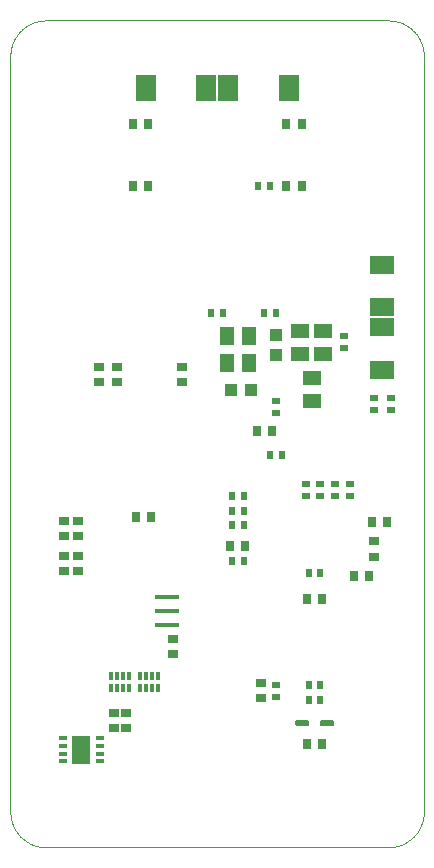
<source format=gbr>
G04 EAGLE Gerber RS-274X export*
G75*
%MOMM*%
%FSLAX35Y35*%
%LPD*%
%INsolder_paste_bottom*%
%IPPOS*%
%AMOC8*
5,1,8,0,0,1.08239X$1,22.5*%
G01*
%ADD10C,0.010000*%
%ADD11R,0.900000X0.700000*%
%ADD12R,1.500000X2.400000*%
%ADD13R,0.650000X0.350000*%
%ADD14R,2.000000X0.400000*%
%ADD15R,0.300000X0.650000*%
%ADD16R,0.600000X0.700000*%
%ADD17R,0.700000X0.900000*%
%ADD18R,0.700000X0.600000*%
%ADD19R,1.800000X2.200000*%
%ADD20R,2.100000X1.500000*%
%ADD21R,1.000000X1.100000*%
%ADD22R,1.100000X1.000000*%
%ADD23R,1.300000X1.500000*%
%ADD24R,1.500000X1.300000*%

G36*
X2723024Y1023519D02*
X2723024Y1023519D01*
X2723039Y1023502D01*
X2725069Y1023662D01*
X2725114Y1023702D01*
X2725147Y1023675D01*
X2727137Y1024155D01*
X2727175Y1024200D01*
X2727211Y1024179D01*
X2729091Y1024959D01*
X2729121Y1025009D01*
X2729160Y1024993D01*
X2730900Y1026053D01*
X2730923Y1026110D01*
X2730965Y1026101D01*
X2732515Y1027431D01*
X2732528Y1027488D01*
X2732569Y1027485D01*
X2733899Y1029035D01*
X2733903Y1029096D01*
X2733947Y1029100D01*
X2735007Y1030840D01*
X2735001Y1030898D01*
X2735041Y1030909D01*
X2735821Y1032789D01*
X2735812Y1032827D01*
X2735841Y1032849D01*
X2735835Y1032858D01*
X2735845Y1032863D01*
X2736325Y1034853D01*
X2736291Y1034932D01*
X2736339Y1034967D01*
X2736499Y1062997D01*
X2736480Y1063023D01*
X2736498Y1063039D01*
X2736338Y1065069D01*
X2736298Y1065114D01*
X2736325Y1065147D01*
X2735845Y1067137D01*
X2735800Y1067175D01*
X2735821Y1067211D01*
X2735041Y1069091D01*
X2734991Y1069121D01*
X2735007Y1069160D01*
X2733947Y1070900D01*
X2733890Y1070923D01*
X2733899Y1070965D01*
X2732569Y1072515D01*
X2732513Y1072528D01*
X2732515Y1072569D01*
X2730965Y1073899D01*
X2730904Y1073903D01*
X2730900Y1073947D01*
X2729160Y1075007D01*
X2729102Y1075001D01*
X2729091Y1075041D01*
X2727211Y1075821D01*
X2727154Y1075807D01*
X2727137Y1075845D01*
X2725147Y1076325D01*
X2725092Y1076302D01*
X2725069Y1076338D01*
X2723039Y1076498D01*
X2723013Y1076481D01*
X2723000Y1076499D01*
X2635000Y1076499D01*
X2634976Y1076481D01*
X2634961Y1076498D01*
X2632931Y1076338D01*
X2632886Y1076298D01*
X2632853Y1076325D01*
X2630863Y1075845D01*
X2630825Y1075800D01*
X2630789Y1075821D01*
X2628909Y1075041D01*
X2628879Y1074991D01*
X2628840Y1075007D01*
X2627100Y1073947D01*
X2627078Y1073890D01*
X2627035Y1073899D01*
X2625485Y1072569D01*
X2625472Y1072513D01*
X2625431Y1072515D01*
X2624101Y1070965D01*
X2624097Y1070904D01*
X2624053Y1070900D01*
X2622993Y1069160D01*
X2622999Y1069107D01*
X2622988Y1069099D01*
X2622959Y1069091D01*
X2622179Y1067211D01*
X2622193Y1067154D01*
X2622155Y1067137D01*
X2621675Y1065147D01*
X2621695Y1065099D01*
X2621680Y1065088D01*
X2621700Y1065062D01*
X2621661Y1065033D01*
X2621501Y1037003D01*
X2621520Y1036977D01*
X2621502Y1036961D01*
X2621662Y1034931D01*
X2621702Y1034886D01*
X2621675Y1034853D01*
X2622155Y1032863D01*
X2622200Y1032825D01*
X2622179Y1032789D01*
X2622959Y1030909D01*
X2623009Y1030879D01*
X2622993Y1030840D01*
X2624053Y1029100D01*
X2624110Y1029078D01*
X2624101Y1029035D01*
X2625431Y1027485D01*
X2625488Y1027472D01*
X2625485Y1027431D01*
X2627035Y1026101D01*
X2627096Y1026097D01*
X2627100Y1026053D01*
X2628840Y1024993D01*
X2628898Y1024999D01*
X2628909Y1024959D01*
X2630789Y1024179D01*
X2630846Y1024193D01*
X2630863Y1024155D01*
X2632853Y1023675D01*
X2632908Y1023698D01*
X2632931Y1023662D01*
X2634961Y1023502D01*
X2634987Y1023519D01*
X2635000Y1023501D01*
X2723000Y1023501D01*
X2723024Y1023519D01*
G37*
G36*
X2515024Y1023519D02*
X2515024Y1023519D01*
X2515039Y1023502D01*
X2517069Y1023662D01*
X2517114Y1023702D01*
X2517147Y1023675D01*
X2519137Y1024155D01*
X2519175Y1024200D01*
X2519211Y1024179D01*
X2521091Y1024959D01*
X2521121Y1025009D01*
X2521160Y1024993D01*
X2522900Y1026053D01*
X2522923Y1026110D01*
X2522965Y1026101D01*
X2524515Y1027431D01*
X2524528Y1027488D01*
X2524569Y1027485D01*
X2525899Y1029035D01*
X2525903Y1029096D01*
X2525947Y1029100D01*
X2527007Y1030840D01*
X2527001Y1030898D01*
X2527041Y1030909D01*
X2527821Y1032789D01*
X2527812Y1032827D01*
X2527841Y1032849D01*
X2527835Y1032858D01*
X2527845Y1032863D01*
X2528325Y1034853D01*
X2528291Y1034932D01*
X2528339Y1034967D01*
X2528499Y1062997D01*
X2528480Y1063023D01*
X2528498Y1063039D01*
X2528338Y1065069D01*
X2528298Y1065114D01*
X2528325Y1065147D01*
X2527845Y1067137D01*
X2527800Y1067175D01*
X2527821Y1067211D01*
X2527041Y1069091D01*
X2526991Y1069121D01*
X2527007Y1069160D01*
X2525947Y1070900D01*
X2525890Y1070923D01*
X2525899Y1070965D01*
X2524569Y1072515D01*
X2524513Y1072528D01*
X2524515Y1072569D01*
X2522965Y1073899D01*
X2522904Y1073903D01*
X2522900Y1073947D01*
X2521160Y1075007D01*
X2521102Y1075001D01*
X2521091Y1075041D01*
X2519211Y1075821D01*
X2519154Y1075807D01*
X2519137Y1075845D01*
X2517147Y1076325D01*
X2517092Y1076302D01*
X2517069Y1076338D01*
X2515039Y1076498D01*
X2515013Y1076481D01*
X2515000Y1076499D01*
X2427000Y1076499D01*
X2426976Y1076481D01*
X2426961Y1076498D01*
X2424931Y1076338D01*
X2424886Y1076298D01*
X2424853Y1076325D01*
X2422863Y1075845D01*
X2422825Y1075800D01*
X2422789Y1075821D01*
X2420909Y1075041D01*
X2420879Y1074991D01*
X2420840Y1075007D01*
X2419100Y1073947D01*
X2419078Y1073890D01*
X2419035Y1073899D01*
X2417485Y1072569D01*
X2417472Y1072513D01*
X2417431Y1072515D01*
X2416101Y1070965D01*
X2416097Y1070904D01*
X2416053Y1070900D01*
X2414993Y1069160D01*
X2414999Y1069107D01*
X2414988Y1069099D01*
X2414959Y1069091D01*
X2414179Y1067211D01*
X2414193Y1067154D01*
X2414155Y1067137D01*
X2413675Y1065147D01*
X2413695Y1065099D01*
X2413680Y1065088D01*
X2413700Y1065062D01*
X2413661Y1065033D01*
X2413501Y1037003D01*
X2413520Y1036977D01*
X2413502Y1036961D01*
X2413662Y1034931D01*
X2413702Y1034886D01*
X2413675Y1034853D01*
X2414155Y1032863D01*
X2414200Y1032825D01*
X2414179Y1032789D01*
X2414959Y1030909D01*
X2415009Y1030879D01*
X2414993Y1030840D01*
X2416053Y1029100D01*
X2416110Y1029078D01*
X2416101Y1029035D01*
X2417431Y1027485D01*
X2417488Y1027472D01*
X2417485Y1027431D01*
X2419035Y1026101D01*
X2419096Y1026097D01*
X2419100Y1026053D01*
X2420840Y1024993D01*
X2420898Y1024999D01*
X2420909Y1024959D01*
X2422789Y1024179D01*
X2422846Y1024193D01*
X2422863Y1024155D01*
X2424853Y1023675D01*
X2424908Y1023698D01*
X2424931Y1023662D01*
X2426961Y1023502D01*
X2426987Y1023519D01*
X2427000Y1023501D01*
X2515000Y1023501D01*
X2515024Y1023519D01*
G37*
D10*
X3500000Y6700000D02*
X3500000Y300000D01*
X3499912Y292751D01*
X3499650Y285506D01*
X3499212Y278270D01*
X3498599Y271046D01*
X3497813Y263839D01*
X3496852Y256653D01*
X3495718Y249493D01*
X3494411Y242362D01*
X3492932Y235265D01*
X3491283Y228205D01*
X3489463Y221188D01*
X3487474Y214216D01*
X3485317Y207295D01*
X3482994Y200428D01*
X3480505Y193619D01*
X3477852Y186872D01*
X3475038Y180191D01*
X3472062Y173580D01*
X3468928Y167043D01*
X3465637Y160583D01*
X3462190Y154205D01*
X3458591Y147912D01*
X3454840Y141708D01*
X3450941Y135596D01*
X3446895Y129581D01*
X3442705Y123664D01*
X3438373Y117851D01*
X3433902Y112144D01*
X3429295Y106547D01*
X3424553Y101063D01*
X3419681Y95695D01*
X3414680Y90447D01*
X3409553Y85320D01*
X3404305Y80319D01*
X3398937Y75447D01*
X3393453Y70705D01*
X3387856Y66098D01*
X3382149Y61627D01*
X3376336Y57295D01*
X3370419Y53105D01*
X3364404Y49059D01*
X3358292Y45160D01*
X3352088Y41409D01*
X3345795Y37810D01*
X3339417Y34363D01*
X3332957Y31072D01*
X3326420Y27938D01*
X3319809Y24962D01*
X3313128Y22148D01*
X3306381Y19495D01*
X3299572Y17006D01*
X3292705Y14683D01*
X3285784Y12526D01*
X3278812Y10537D01*
X3271795Y8717D01*
X3264735Y7068D01*
X3257638Y5589D01*
X3250507Y4282D01*
X3243347Y3148D01*
X3236161Y2187D01*
X3228954Y1401D01*
X3221730Y788D01*
X3214494Y350D01*
X3207249Y88D01*
X3200000Y0D01*
X300000Y0D01*
X292751Y88D01*
X285506Y350D01*
X278270Y788D01*
X271046Y1401D01*
X263839Y2187D01*
X256653Y3148D01*
X249493Y4282D01*
X242362Y5589D01*
X235265Y7068D01*
X228205Y8717D01*
X221188Y10537D01*
X214216Y12526D01*
X207295Y14683D01*
X200428Y17006D01*
X193619Y19495D01*
X186872Y22148D01*
X180191Y24962D01*
X173580Y27938D01*
X167043Y31072D01*
X160583Y34363D01*
X154205Y37810D01*
X147912Y41409D01*
X141708Y45160D01*
X135596Y49059D01*
X129581Y53105D01*
X123664Y57295D01*
X117851Y61627D01*
X112144Y66098D01*
X106547Y70705D01*
X101063Y75447D01*
X95695Y80319D01*
X90447Y85320D01*
X85320Y90447D01*
X80319Y95695D01*
X75447Y101063D01*
X70705Y106547D01*
X66098Y112144D01*
X61627Y117851D01*
X57295Y123664D01*
X53105Y129581D01*
X49059Y135596D01*
X45160Y141708D01*
X41409Y147912D01*
X37810Y154205D01*
X34363Y160583D01*
X31072Y167043D01*
X27938Y173580D01*
X24962Y180191D01*
X22148Y186872D01*
X19495Y193619D01*
X17006Y200428D01*
X14683Y207295D01*
X12526Y214216D01*
X10537Y221188D01*
X8717Y228205D01*
X7068Y235265D01*
X5589Y242362D01*
X4282Y249493D01*
X3148Y256653D01*
X2187Y263839D01*
X1401Y271046D01*
X788Y278270D01*
X350Y285506D01*
X88Y292751D01*
X0Y300000D01*
X0Y6700000D01*
X88Y6707249D01*
X350Y6714494D01*
X788Y6721730D01*
X1401Y6728954D01*
X2187Y6736161D01*
X3148Y6743347D01*
X4282Y6750507D01*
X5589Y6757638D01*
X7068Y6764735D01*
X8717Y6771795D01*
X10537Y6778812D01*
X12526Y6785784D01*
X14683Y6792705D01*
X17006Y6799572D01*
X19495Y6806381D01*
X22148Y6813128D01*
X24962Y6819809D01*
X27938Y6826420D01*
X31072Y6832957D01*
X34363Y6839417D01*
X37810Y6845795D01*
X41409Y6852088D01*
X45160Y6858292D01*
X49059Y6864404D01*
X53105Y6870419D01*
X57295Y6876336D01*
X61627Y6882149D01*
X66098Y6887856D01*
X70705Y6893453D01*
X75447Y6898937D01*
X80319Y6904305D01*
X85320Y6909553D01*
X90447Y6914680D01*
X95695Y6919681D01*
X101063Y6924553D01*
X106547Y6929295D01*
X112144Y6933902D01*
X117851Y6938373D01*
X123664Y6942705D01*
X129581Y6946895D01*
X135596Y6950941D01*
X141708Y6954840D01*
X147912Y6958591D01*
X154205Y6962190D01*
X160583Y6965637D01*
X167043Y6968928D01*
X173580Y6972062D01*
X180191Y6975038D01*
X186872Y6977852D01*
X193619Y6980505D01*
X200428Y6982994D01*
X207295Y6985317D01*
X214216Y6987474D01*
X221188Y6989463D01*
X228205Y6991283D01*
X235265Y6992932D01*
X242362Y6994411D01*
X249493Y6995718D01*
X256653Y6996852D01*
X263839Y6997813D01*
X271046Y6998599D01*
X278270Y6999212D01*
X285506Y6999650D01*
X292751Y6999912D01*
X300000Y7000000D01*
X3200000Y7000000D01*
X3207249Y6999912D01*
X3214494Y6999650D01*
X3221730Y6999212D01*
X3228954Y6998599D01*
X3236161Y6997813D01*
X3243347Y6996852D01*
X3250507Y6995718D01*
X3257638Y6994411D01*
X3264735Y6992932D01*
X3271795Y6991283D01*
X3278812Y6989463D01*
X3285784Y6987474D01*
X3292705Y6985317D01*
X3299572Y6982994D01*
X3306381Y6980505D01*
X3313128Y6977852D01*
X3319809Y6975038D01*
X3326420Y6972062D01*
X3332957Y6968928D01*
X3339417Y6965637D01*
X3345795Y6962190D01*
X3352088Y6958591D01*
X3358292Y6954840D01*
X3364404Y6950941D01*
X3370419Y6946895D01*
X3376336Y6942705D01*
X3382149Y6938373D01*
X3387856Y6933902D01*
X3393453Y6929295D01*
X3398937Y6924553D01*
X3404305Y6919681D01*
X3409553Y6914680D01*
X3414680Y6909553D01*
X3419681Y6904305D01*
X3424553Y6898937D01*
X3429295Y6893453D01*
X3433902Y6887856D01*
X3438373Y6882149D01*
X3442705Y6876336D01*
X3446895Y6870419D01*
X3450941Y6864404D01*
X3454840Y6858292D01*
X3458591Y6852088D01*
X3462190Y6845795D01*
X3465637Y6839417D01*
X3468928Y6832957D01*
X3472062Y6826420D01*
X3475038Y6819809D01*
X3477852Y6813128D01*
X3480505Y6806381D01*
X3482994Y6799572D01*
X3485317Y6792705D01*
X3487474Y6785784D01*
X3489463Y6778812D01*
X3491283Y6771795D01*
X3492932Y6764735D01*
X3494411Y6757638D01*
X3495718Y6750507D01*
X3496852Y6743347D01*
X3497813Y6736161D01*
X3498599Y6728954D01*
X3499212Y6721730D01*
X3499650Y6714494D01*
X3499912Y6707249D01*
X3500000Y6700000D01*
D11*
X875000Y1010000D03*
X875000Y1140000D03*
X1375000Y1635000D03*
X1375000Y1765000D03*
X975000Y1010000D03*
X975000Y1140000D03*
D12*
X600000Y825000D03*
D13*
X755000Y922500D03*
X755000Y857500D03*
X755000Y792500D03*
X755000Y727500D03*
X445000Y922500D03*
X445000Y857500D03*
X445000Y792500D03*
X445000Y727500D03*
D14*
X1325000Y2120000D03*
X1325000Y2000000D03*
X1325000Y1880000D03*
D15*
X1250000Y1350000D03*
X1200000Y1350000D03*
X1150000Y1350000D03*
X1100000Y1350000D03*
X1100000Y1450000D03*
X1150000Y1450000D03*
X1200000Y1450000D03*
X1250000Y1450000D03*
X850000Y1450000D03*
X900000Y1450000D03*
X950000Y1450000D03*
X1000000Y1450000D03*
X1000000Y1350000D03*
X950000Y1350000D03*
X900000Y1350000D03*
X850000Y1350000D03*
D16*
X1975000Y2975000D03*
X1875000Y2975000D03*
D11*
X3075000Y2590000D03*
X3075000Y2460000D03*
D17*
X3190000Y2750000D03*
X3060000Y2750000D03*
X2910000Y2300000D03*
X3040000Y2300000D03*
D18*
X2625000Y2975000D03*
X2625000Y3075000D03*
X2500000Y2975000D03*
X2500000Y3075000D03*
D16*
X2525000Y2325000D03*
X2625000Y2325000D03*
D18*
X2875000Y2975000D03*
X2875000Y3075000D03*
X2750000Y3075000D03*
X2750000Y2975000D03*
D16*
X1975000Y2725000D03*
X1875000Y2725000D03*
X1975000Y2850000D03*
X1875000Y2850000D03*
D18*
X2250000Y1375000D03*
X2250000Y1275000D03*
D11*
X2125000Y1260000D03*
X2125000Y1390000D03*
D16*
X2625000Y1375000D03*
X2525000Y1375000D03*
X2525000Y1250000D03*
X2625000Y1250000D03*
D17*
X2510000Y875000D03*
X2640000Y875000D03*
D11*
X575000Y2335000D03*
X575000Y2465000D03*
X575000Y2765000D03*
X575000Y2635000D03*
X450000Y2335000D03*
X450000Y2465000D03*
X450000Y2765000D03*
X450000Y2635000D03*
D17*
X1060000Y2800000D03*
X1190000Y2800000D03*
D19*
X1655000Y6425000D03*
X1145000Y6425000D03*
X1845000Y6425000D03*
X2355000Y6425000D03*
D17*
X2465000Y5600000D03*
X2335000Y5600000D03*
X2335000Y6125000D03*
X2465000Y6125000D03*
X1035000Y6125000D03*
X1165000Y6125000D03*
X1165000Y5600000D03*
X1035000Y5600000D03*
D18*
X3075000Y3700000D03*
X3075000Y3800000D03*
X3225000Y3800000D03*
X3225000Y3700000D03*
D20*
X3150000Y4930000D03*
X3150000Y4570000D03*
X3150000Y4405000D03*
X3150000Y4045000D03*
D17*
X2640000Y2100000D03*
X2510000Y2100000D03*
D16*
X2200000Y5600000D03*
X2100000Y5600000D03*
D21*
X2250000Y4165000D03*
X2250000Y4335000D03*
D22*
X1865000Y3875000D03*
X2035000Y3875000D03*
D23*
X1830000Y4100000D03*
X2020000Y4100000D03*
X1830000Y4325000D03*
X2020000Y4325000D03*
D24*
X2450000Y4180000D03*
X2450000Y4370000D03*
X2650000Y4180000D03*
X2650000Y4370000D03*
X2550000Y3970000D03*
X2550000Y3780000D03*
D18*
X2250000Y3675000D03*
X2250000Y3775000D03*
D17*
X2215000Y3525000D03*
X2085000Y3525000D03*
X1860000Y2550000D03*
X1990000Y2550000D03*
D16*
X1975000Y2425000D03*
X1875000Y2425000D03*
X1800000Y4525000D03*
X1700000Y4525000D03*
D18*
X2825000Y4325000D03*
X2825000Y4225000D03*
D16*
X2150000Y4525000D03*
X2250000Y4525000D03*
D11*
X900000Y3935000D03*
X900000Y4065000D03*
X1450000Y4065000D03*
X1450000Y3935000D03*
D16*
X2200000Y3325000D03*
X2300000Y3325000D03*
D11*
X750000Y4065000D03*
X750000Y3935000D03*
M02*

</source>
